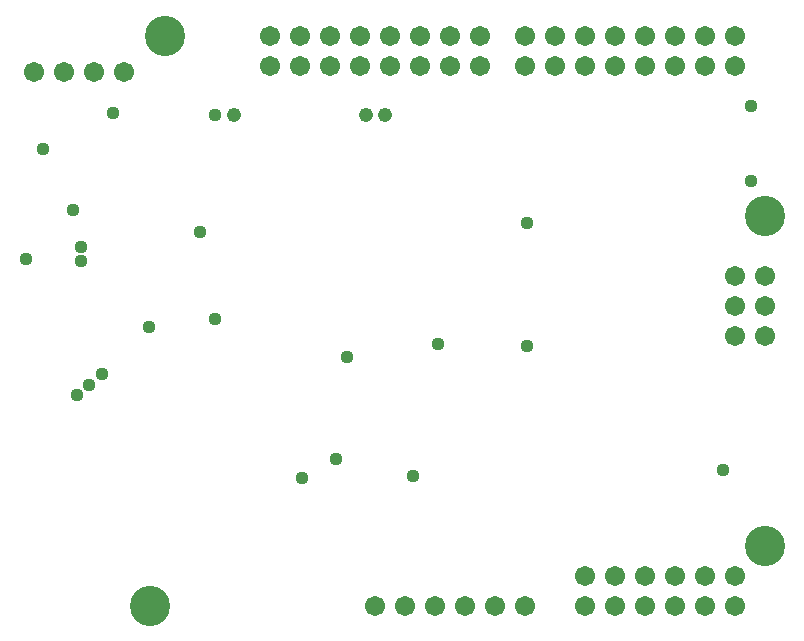
<source format=gbs>
G75*
%MOIN*%
%OFA0B0*%
%FSLAX24Y24*%
%IPPOS*%
%LPD*%
%AMOC8*
5,1,8,0,0,1.08239X$1,22.5*
%
%ADD10C,0.0674*%
%ADD11C,0.1340*%
%ADD12C,0.0437*%
%ADD13C,0.0476*%
D10*
X013500Y003300D03*
X014500Y003300D03*
X015500Y003300D03*
X016500Y003300D03*
X017500Y003300D03*
X018500Y003300D03*
X020500Y003300D03*
X021500Y003300D03*
X022500Y003300D03*
X022500Y004300D03*
X021500Y004300D03*
X020500Y004300D03*
X023500Y004300D03*
X024500Y004300D03*
X025500Y004300D03*
X025500Y003300D03*
X024500Y003300D03*
X023500Y003300D03*
X025500Y012300D03*
X025500Y013300D03*
X025500Y014300D03*
X026500Y014300D03*
X026500Y013300D03*
X026500Y012300D03*
X025500Y021300D03*
X024500Y021300D03*
X023500Y021300D03*
X023500Y022300D03*
X024500Y022300D03*
X025500Y022300D03*
X022500Y022300D03*
X021500Y022300D03*
X020500Y022300D03*
X020500Y021300D03*
X021500Y021300D03*
X022500Y021300D03*
X019500Y021300D03*
X018500Y021300D03*
X018500Y022300D03*
X019500Y022300D03*
X017000Y022300D03*
X017000Y021300D03*
X016000Y021300D03*
X015000Y021300D03*
X014000Y021300D03*
X014000Y022300D03*
X015000Y022300D03*
X016000Y022300D03*
X013000Y022300D03*
X012000Y022300D03*
X011000Y022300D03*
X011000Y021300D03*
X012000Y021300D03*
X013000Y021300D03*
X010000Y021300D03*
X010000Y022300D03*
X005118Y021080D03*
X004118Y021080D03*
X003118Y021080D03*
X002118Y021080D03*
D11*
X006000Y003300D03*
X026500Y005300D03*
X026500Y016300D03*
X006500Y022300D03*
D12*
X004752Y019733D03*
X002413Y018528D03*
X003406Y016473D03*
X003689Y015269D03*
X003689Y014772D03*
X001846Y014843D03*
X005957Y012576D03*
X004398Y011017D03*
X003972Y010662D03*
X003547Y010308D03*
X008154Y012859D03*
X007657Y015765D03*
X008154Y019662D03*
X015594Y012009D03*
X018571Y011938D03*
X018571Y016048D03*
X012547Y011583D03*
X012193Y008182D03*
X011059Y007544D03*
X014744Y007615D03*
X025091Y007828D03*
X026012Y017465D03*
X026012Y019946D03*
D13*
X013823Y019662D03*
X013185Y019662D03*
X008791Y019662D03*
M02*

</source>
